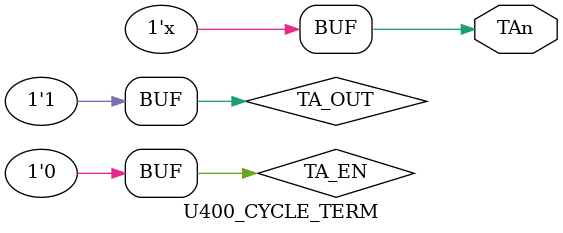
<source format=v>
module U400_CYCLE_TERM (

    output TAn

);

//WE TERMINATE OUR CYCLE DIRECTLY WITH THE CPU.
wire TA_EN = 0;
wire TA_OUT = 1;
assign TAn = TA_EN ? TA_OUT : 1'bz;

endmodule

</source>
